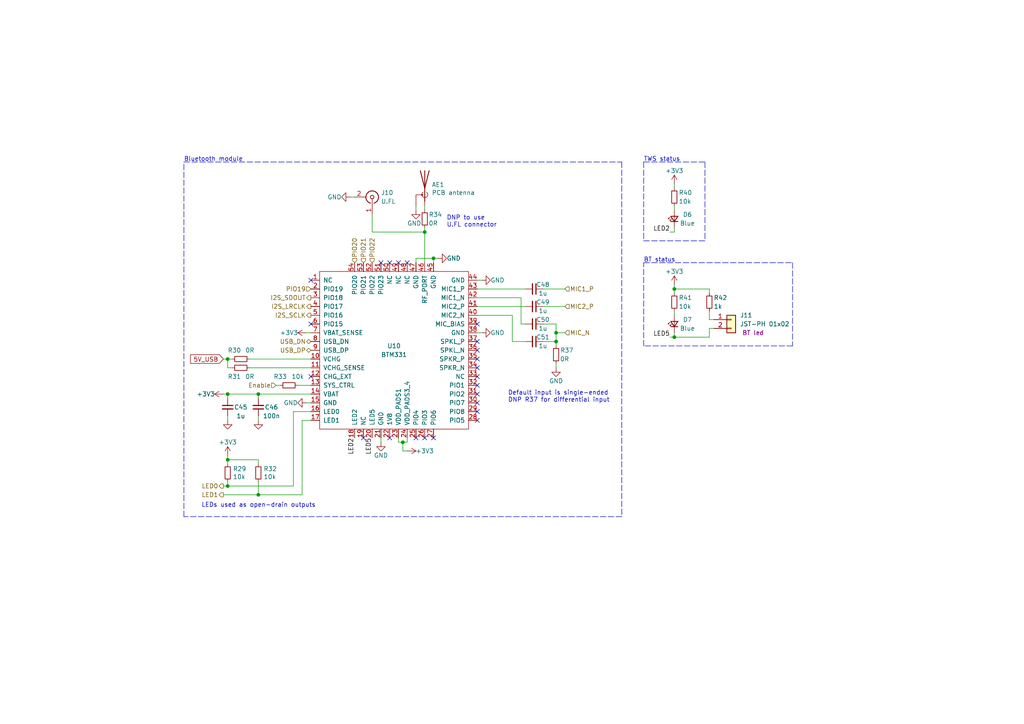
<source format=kicad_sch>
(kicad_sch (version 20211123) (generator eeschema)
  (paper "A4")
  (title_block (title "4x38W amp with DSP and BT") (date "2021-12-01") (rev "1.0") (company "ZOUDIO"))
  (lib_symbols
    (symbol "Connector:Conn_Coaxial" (pin_names (offset 1.016) hide)
      (property "Reference" "J" (at 0.254 3.048 0))
      (property "Value" "Conn_Coaxial" (at 2.921 0 90))
      (symbol "Conn_Coaxial_0_1"
        (arc (start -1.778 -0.508) (mid 0.222 -1.808) (end 1.778 0) (stroke (width 0.254)))
        (polyline (pts (xy -2.54 0) (xy -0.508 0)))
        (polyline (pts (xy 0 -2.54) (xy 0 -1.778)))
        (circle (center 0 0) (radius 0.508) (stroke (width 0.2032)))
        (arc (start 1.778 0) (mid 0.222 1.8083) (end -1.778 0.508) (stroke (width 0.254)))
      )
      (symbol "Conn_Coaxial_1_1"
        (pin passive line (at -5.08 0 0) (length 2.54) (name "In") (number "1"))
        (pin passive line (at 0 -5.08 90) (length 2.54) (name "Ext") (number "2"))
      )
    )
    (symbol "Connector_Generic:Conn_01x02" (pin_names (offset 1.016) hide)
      (property "Reference" "J" (at 0 2.54 0))
      (property "Value" "Conn_01x02" (at 0 -5.08 0))
      (symbol "Conn_01x02_1_1"
        (rectangle (start -1.27 -2.413) (end 0 -2.667) (stroke (width 0.1524)))
        (rectangle (start -1.27 0.127) (end 0 -0.127) (stroke (width 0.1524)))
        (rectangle (start -1.27 1.27) (end 1.27 -3.81) (stroke (width 0.254)) (fill (type background)))
        (pin passive line (at -5.08 0 0) (length 3.81) (name "Pin_1") (number "1"))
        (pin passive line (at -5.08 -2.54 0) (length 3.81) (name "Pin_2") (number "2"))
      )
    )
    (symbol "Device:Antenna_Shield" (pin_numbers hide) (pin_names (offset 1.016) hide)
      (property "Reference" "AE" (at -1.905 4.445 0))
      (property "Value" "Antenna_Shield" (at -1.905 2.54 0))
      (symbol "Antenna_Shield_0_1"
        (arc (start -0.508 -1.143) (mid -0.8485 -2.1032) (end 0 -2.667))
        (arc (start 0 -2.667) (mid 0.8047 -2.0885) (end 0.508 -1.143))
        (polyline (pts (xy 0 -2.54) (xy 0 0)))
        (polyline (pts (xy 0 5.08) (xy 0 -3.81)) (stroke (width 0.254)))
        (polyline (pts (xy 0.762 -1.905) (xy 2.54 -1.905)))
        (polyline (pts (xy 2.54 -2.54) (xy 2.54 -1.905)))
        (polyline (pts (xy 1.27 5.08) (xy 0 0) (xy -1.27 5.08)) (stroke (width 0.254)))
        (circle (center 0.762 -1.905) (radius 0.1778) (fill (type outline)))
      )
      (symbol "Antenna_Shield_1_1"
        (pin input line (at 0 -5.08 90) (length 2.54) (name "A") (number "1"))
        (pin input line (at 2.54 -5.08 90) (length 2.54) (name "Shield") (number "2"))
      )
    )
    (symbol "Device:C_Small" (pin_numbers hide) (pin_names (offset 0.254) hide)
      (property "Reference" "C" (at 0.254 1.778 0))
      (property "Value" "C_Small" (at 0.254 -2.032 0))
      (symbol "C_Small_0_1"
        (polyline (pts (xy -1.524 -0.508) (xy 1.524 -0.508)) (stroke (width 0.3302)))
        (polyline (pts (xy -1.524 0.508) (xy 1.524 0.508)) (stroke (width 0.3048)))
      )
      (symbol "C_Small_1_1"
        (pin passive line (at 0 2.54 270) (length 2.032) (name "~") (number "1"))
        (pin passive line (at 0 -2.54 90) (length 2.032) (name "~") (number "2"))
      )
    )
    (symbol "Device:LED_Small" (pin_numbers hide) (pin_names (offset 0.254) hide)
      (property "Reference" "D" (at -1.27 3.175 0))
      (property "Value" "LED_Small" (at -4.445 -2.54 0))
      (symbol "LED_Small_0_1"
        (polyline (pts (xy -0.762 -1.016) (xy -0.762 1.016)) (stroke (width 0.254)))
        (polyline (pts (xy 1.016 0) (xy -0.762 0)))
        (polyline (pts (xy 0.762 -1.016) (xy -0.762 0) (xy 0.762 1.016) (xy 0.762 -1.016)) (stroke (width 0.254)))
        (polyline (pts (xy 0 0.762) (xy -0.508 1.27) (xy -0.254 1.27) (xy -0.508 1.27) (xy -0.508 1.016)))
        (polyline (pts (xy 0.508 1.27) (xy 0 1.778) (xy 0.254 1.778) (xy 0 1.778) (xy 0 1.524)))
      )
      (symbol "LED_Small_1_1"
        (pin passive line (at -2.54 0 0) (length 1.778) (name "K") (number "1"))
        (pin passive line (at 2.54 0 180) (length 1.778) (name "A") (number "2"))
      )
    )
    (symbol "Device:R_Small" (pin_numbers hide) (pin_names (offset 0.254) hide)
      (property "Reference" "R" (at 0.762 0.508 0))
      (property "Value" "R_Small" (at 0.762 -1.016 0))
      (symbol "R_Small_0_1"
        (rectangle (start -0.762 1.778) (end 0.762 -1.778) (stroke (width 0.2032)))
      )
      (symbol "R_Small_1_1"
        (pin passive line (at 0 2.54 270) (length 0.762) (name "~") (number "1"))
        (pin passive line (at 0 -2.54 90) (length 0.762) (name "~") (number "2"))
      )
    )
    (symbol "ZOUDIO-symbols:BTM331" (pin_names (offset 1.016))
      (property "Reference" "U" (at -20.32 24.13 0))
      (property "Value" "BTM331" (at 17.78 24.13 0))
      (symbol "BTM331_0_1"
        (rectangle (start -21.59 22.86) (end 21.59 -22.86))
      )
      (symbol "BTM331_1_1"
        (pin input line (at -24.13 20.32 0) (length 2.54) (name "NC") (number "1"))
        (pin input line (at -24.13 -2.54 0) (length 2.54) (name "VCHG") (number "10"))
        (pin input line (at -24.13 -5.08 0) (length 2.54) (name "VCHG_SENSE") (number "11"))
        (pin input line (at -24.13 -7.62 0) (length 2.54) (name "CHG_EXT") (number "12"))
        (pin input line (at -24.13 -10.16 0) (length 2.54) (name "SYS_CTRL") (number "13"))
        (pin input line (at -24.13 -12.7 0) (length 2.54) (name "VBAT") (number "14"))
        (pin input line (at -24.13 -15.24 0) (length 2.54) (name "GND") (number "15"))
        (pin input line (at -24.13 -17.78 0) (length 2.54) (name "LED0") (number "16"))
        (pin input line (at -24.13 -20.32 0) (length 2.54) (name "LED1") (number "17"))
        (pin input line (at -11.43 -25.4 90) (length 2.54) (name "LED2") (number "18"))
        (pin input line (at -8.89 -25.4 90) (length 2.54) (name "NC") (number "19"))
        (pin input line (at -24.13 17.78 0) (length 2.54) (name "PIO19") (number "2"))
        (pin input line (at -6.35 -25.4 90) (length 2.54) (name "LED5") (number "20"))
        (pin input line (at -3.81 -25.4 90) (length 2.54) (name "GND") (number "21"))
        (pin input line (at -1.27 -25.4 90) (length 2.54) (name "1V8") (number "22"))
        (pin input line (at 1.27 -25.4 90) (length 2.54) (name "VDD_PADS1") (number "23"))
        (pin input line (at 3.81 -25.4 90) (length 2.54) (name "VDD_PADS3_4") (number "24"))
        (pin input line (at 6.35 -25.4 90) (length 2.54) (name "PIO4") (number "25"))
        (pin input line (at 8.89 -25.4 90) (length 2.54) (name "PIO3") (number "26"))
        (pin input line (at 11.43 -25.4 90) (length 2.54) (name "PIO6") (number "27"))
        (pin input line (at 24.13 -20.32 180) (length 2.54) (name "PIO5") (number "28"))
        (pin input line (at 24.13 -17.78 180) (length 2.54) (name "PIO8") (number "29"))
        (pin input line (at -24.13 15.24 0) (length 2.54) (name "PIO18") (number "3"))
        (pin input line (at 24.13 -15.24 180) (length 2.54) (name "PIO7") (number "30"))
        (pin input line (at 24.13 -12.7 180) (length 2.54) (name "PIO2") (number "31"))
        (pin input line (at 24.13 -10.16 180) (length 2.54) (name "PIO1") (number "32"))
        (pin input line (at 24.13 -7.62 180) (length 2.54) (name "NC") (number "33"))
        (pin input line (at 24.13 -5.08 180) (length 2.54) (name "SPKR_N") (number "34"))
        (pin input line (at 24.13 -2.54 180) (length 2.54) (name "SPKR_P") (number "35"))
        (pin input line (at 24.13 0 180) (length 2.54) (name "SPKL_N") (number "36"))
        (pin input line (at 24.13 2.54 180) (length 2.54) (name "SPKL_P") (number "37"))
        (pin input line (at 24.13 5.08 180) (length 2.54) (name "GND") (number "38"))
        (pin input line (at 24.13 7.62 180) (length 2.54) (name "MIC_BIAS") (number "39"))
        (pin input line (at -24.13 12.7 0) (length 2.54) (name "PIO17") (number "4"))
        (pin input line (at 24.13 10.16 180) (length 2.54) (name "MIC2_N") (number "40"))
        (pin input line (at 24.13 12.7 180) (length 2.54) (name "MIC2_P") (number "41"))
        (pin input line (at 24.13 15.24 180) (length 2.54) (name "MIC1_N") (number "42"))
        (pin input line (at 24.13 17.78 180) (length 2.54) (name "MIC1_P") (number "43"))
        (pin input line (at 24.13 20.32 180) (length 2.54) (name "GND") (number "44"))
        (pin input line (at 11.43 25.4 270) (length 2.54) (name "GND") (number "45"))
        (pin input line (at 8.89 25.4 270) (length 2.54) (name "RF_PORT") (number "46"))
        (pin input line (at 6.35 25.4 270) (length 2.54) (name "GND") (number "47"))
        (pin input line (at 3.81 25.4 270) (length 2.54) (name "NC") (number "48"))
        (pin input line (at 1.27 25.4 270) (length 2.54) (name "NC") (number "49"))
        (pin input line (at -24.13 10.16 0) (length 2.54) (name "PIO16") (number "5"))
        (pin input line (at -1.27 25.4 270) (length 2.54) (name "NC") (number "50"))
        (pin input line (at -3.81 25.4 270) (length 2.54) (name "PIO23") (number "51"))
        (pin input line (at -6.35 25.4 270) (length 2.54) (name "PIO22") (number "52"))
        (pin input line (at -8.89 25.4 270) (length 2.54) (name "PIO21") (number "53"))
        (pin input line (at -11.43 25.4 270) (length 2.54) (name "PIO20") (number "54"))
        (pin input line (at -24.13 7.62 0) (length 2.54) (name "PIO15") (number "6"))
        (pin input line (at -24.13 5.08 0) (length 2.54) (name "VBAT_SENSE") (number "7"))
        (pin input line (at -24.13 2.54 0) (length 2.54) (name "USB_DN") (number "8"))
        (pin input line (at -24.13 0 0) (length 2.54) (name "USB_DP") (number "9"))
      )
    )
    (symbol "power:+3V3" (power) (pin_names (offset 0))
      (property "Value" "+3V3" (at 0 3.556 0))
      (symbol "+3V3_0_1"
        (polyline (pts (xy -0.762 1.27) (xy 0 2.54)))
        (polyline (pts (xy 0 0) (xy 0 2.54)))
        (polyline (pts (xy 0 2.54) (xy 0.762 1.27)))
      )
      (symbol "+3V3_1_1"
        (pin power_in line (at 0 0 90) (length 0) hide (name "+3V3") (number "1"))
      )
    )
    (symbol "power:GND" (power) (pin_names (offset 0))
      (property "Value" "GND" (at 0 -3.81 0))
      (symbol "GND_0_1"
        (polyline (pts (xy 0 0) (xy 0 -1.27) (xy 1.27 -1.27) (xy 0 -2.54) (xy -1.27 -1.27) (xy 0 -1.27)))
      )
      (symbol "GND_1_1"
        (pin power_in line (at 0 0 270) (length 0) hide (name "GND") (number "1"))
      )
    )
  )
  (junction (at 66.04 140.97))
  (junction (at 74.93 143.51))
  (junction (at 74.93 114.3))
  (junction (at 66.04 133.35))
  (junction (at 125.73 74.93))
  (junction (at 66.04 114.3))
  (junction (at 195.58 83.82))
  (junction (at 66.04 104.14))
  (junction (at 161.29 99.06))
  (junction (at 161.29 96.52))
  (junction (at 116.84 128.27))
  (junction (at 195.58 97.79))
  (junction (at 123.19 67.31))
  (no_connect (at 113.03 76.2))
  (no_connect (at 113.03 127))
  (no_connect (at 138.43 101.6))
  (no_connect (at 138.43 109.22))
  (no_connect (at 110.49 76.2))
  (no_connect (at 90.17 109.22))
  (no_connect (at 138.43 104.14))
  (no_connect (at 90.17 93.98))
  (no_connect (at 138.43 116.84))
  (no_connect (at 138.43 99.06))
  (no_connect (at 105.41 127))
  (no_connect (at 115.57 76.2))
  (no_connect (at 138.43 106.68))
  (no_connect (at 138.43 114.3))
  (no_connect (at 138.43 111.76))
  (no_connect (at 138.43 121.92))
  (no_connect (at 118.11 76.2))
  (no_connect (at 138.43 119.38))
  (no_connect (at 123.19 127))
  (no_connect (at 90.17 81.28))
  (no_connect (at 125.73 127))
  (no_connect (at 120.65 127))
  (no_connect (at 138.43 93.98))
  (polyline (pts (xy 53.34 149.86) (xy 53.34 46.99)))
  (wire (pts (xy 148.59 91.44) (xy 148.59 99.06)))
  (wire (pts (xy 85.09 119.38) (xy 85.09 140.97)))
  (wire (pts (xy 64.77 140.97) (xy 66.04 140.97)))
  (wire (pts (xy 66.04 104.14) (xy 67.31 104.14)))
  (polyline (pts (xy 186.69 100.33) (xy 186.69 76.2)))
  (wire (pts (xy 161.29 93.98) (xy 161.29 96.52)))
  (wire (pts (xy 194.31 67.31) (xy 195.58 67.31)))
  (wire (pts (xy 90.17 111.76) (xy 86.36 111.76)))
  (wire (pts (xy 74.93 114.3) (xy 74.93 115.57)))
  (wire (pts (xy 66.04 133.35) (xy 74.93 133.35)))
  (wire (pts (xy 102.87 57.15) (xy 101.6 57.15)))
  (wire (pts (xy 161.29 99.06) (xy 157.48 99.06)))
  (wire (pts (xy 88.9 96.52) (xy 90.17 96.52)))
  (wire (pts (xy 139.7 81.28) (xy 138.43 81.28)))
  (wire (pts (xy 64.77 114.3) (xy 66.04 114.3)))
  (wire (pts (xy 123.19 66.04) (xy 123.19 67.31)))
  (wire (pts (xy 161.29 96.52) (xy 163.83 96.52)))
  (wire (pts (xy 125.73 74.93) (xy 125.73 76.2)))
  (wire (pts (xy 67.31 106.68) (xy 66.04 106.68)))
  (wire (pts (xy 138.43 91.44) (xy 148.59 91.44)))
  (wire (pts (xy 64.77 143.51) (xy 74.93 143.51)))
  (wire (pts (xy 163.83 88.9) (xy 157.48 88.9)))
  (wire (pts (xy 90.17 119.38) (xy 85.09 119.38)))
  (wire (pts (xy 195.58 59.69) (xy 195.58 60.96)))
  (wire (pts (xy 120.65 74.93) (xy 120.65 76.2)))
  (wire (pts (xy 66.04 114.3) (xy 74.93 114.3)))
  (wire (pts (xy 66.04 115.57) (xy 66.04 114.3)))
  (wire (pts (xy 123.19 67.31) (xy 107.95 67.31)))
  (wire (pts (xy 88.9 116.84) (xy 90.17 116.84)))
  (wire (pts (xy 120.65 74.93) (xy 125.73 74.93)))
  (wire (pts (xy 66.04 140.97) (xy 66.04 139.7)))
  (wire (pts (xy 66.04 132.08) (xy 66.04 133.35)))
  (wire (pts (xy 138.43 83.82) (xy 152.4 83.82)))
  (polyline (pts (xy 204.47 46.99) (xy 204.47 69.85)))
  (wire (pts (xy 195.58 90.17) (xy 195.58 91.44)))
  (wire (pts (xy 87.63 121.92) (xy 90.17 121.92)))
  (wire (pts (xy 118.11 128.27) (xy 116.84 128.27)))
  (wire (pts (xy 195.58 82.55) (xy 195.58 83.82)))
  (wire (pts (xy 138.43 86.36) (xy 151.13 86.36)))
  (wire (pts (xy 207.01 95.25) (xy 205.74 95.25)))
  (wire (pts (xy 127 74.93) (xy 125.73 74.93)))
  (polyline (pts (xy 186.69 46.99) (xy 186.69 69.85)))
  (wire (pts (xy 194.31 97.79) (xy 195.58 97.79)))
  (wire (pts (xy 205.74 92.71) (xy 205.74 90.17)))
  (wire (pts (xy 148.59 99.06) (xy 152.4 99.06)))
  (wire (pts (xy 107.95 62.23) (xy 107.95 67.31)))
  (polyline (pts (xy 180.34 46.99) (xy 180.34 149.86)))
  (polyline (pts (xy 186.69 69.85) (xy 204.47 69.85)))
  (wire (pts (xy 205.74 95.25) (xy 205.74 97.79)))
  (wire (pts (xy 118.11 127) (xy 118.11 128.27)))
  (wire (pts (xy 110.49 128.27) (xy 110.49 127)))
  (wire (pts (xy 72.39 104.14) (xy 90.17 104.14)))
  (wire (pts (xy 151.13 86.36) (xy 151.13 93.98)))
  (wire (pts (xy 207.01 92.71) (xy 205.74 92.71)))
  (wire (pts (xy 74.93 133.35) (xy 74.93 134.62)))
  (wire (pts (xy 163.83 83.82) (xy 157.48 83.82)))
  (wire (pts (xy 81.28 111.76) (xy 80.01 111.76)))
  (wire (pts (xy 161.29 96.52) (xy 161.29 99.06)))
  (polyline (pts (xy 186.69 46.99) (xy 204.47 46.99)))
  (wire (pts (xy 138.43 88.9) (xy 152.4 88.9)))
  (polyline (pts (xy 180.34 149.86) (xy 53.34 149.86)))
  (wire (pts (xy 74.93 143.51) (xy 87.63 143.51)))
  (wire (pts (xy 195.58 96.52) (xy 195.58 97.79)))
  (wire (pts (xy 123.19 59.69) (xy 123.19 60.96)))
  (wire (pts (xy 85.09 140.97) (xy 66.04 140.97)))
  (wire (pts (xy 161.29 105.41) (xy 161.29 106.68)))
  (wire (pts (xy 118.11 130.81) (xy 116.84 130.81)))
  (polyline (pts (xy 229.87 76.2) (xy 229.87 100.33)))
  (wire (pts (xy 205.74 97.79) (xy 195.58 97.79)))
  (polyline (pts (xy 53.34 46.99) (xy 180.34 46.99)))
  (wire (pts (xy 66.04 106.68) (xy 66.04 104.14)))
  (wire (pts (xy 74.93 139.7) (xy 74.93 143.51)))
  (wire (pts (xy 195.58 67.31) (xy 195.58 66.04)))
  (wire (pts (xy 115.57 127) (xy 115.57 128.27)))
  (wire (pts (xy 74.93 114.3) (xy 90.17 114.3)))
  (wire (pts (xy 195.58 54.61) (xy 195.58 53.34)))
  (polyline (pts (xy 229.87 100.33) (xy 186.69 100.33)))
  (wire (pts (xy 66.04 121.92) (xy 66.04 120.65)))
  (wire (pts (xy 157.48 93.98) (xy 161.29 93.98)))
  (wire (pts (xy 116.84 128.27) (xy 116.84 130.81)))
  (wire (pts (xy 66.04 133.35) (xy 66.04 134.62)))
  (wire (pts (xy 74.93 120.65) (xy 74.93 121.92)))
  (wire (pts (xy 64.77 104.14) (xy 66.04 104.14)))
  (wire (pts (xy 72.39 106.68) (xy 90.17 106.68)))
  (wire (pts (xy 120.65 60.96) (xy 120.65 59.69)))
  (wire (pts (xy 161.29 99.06) (xy 161.29 100.33)))
  (wire (pts (xy 87.63 143.51) (xy 87.63 121.92)))
  (wire (pts (xy 139.7 96.52) (xy 138.43 96.52)))
  (wire (pts (xy 151.13 93.98) (xy 152.4 93.98)))
  (polyline (pts (xy 186.69 76.2) (xy 229.87 76.2)))
  (wire (pts (xy 195.58 83.82) (xy 195.58 85.09)))
  (wire (pts (xy 205.74 83.82) (xy 205.74 85.09)))
  (wire (pts (xy 195.58 83.82) (xy 205.74 83.82)))
  (wire (pts (xy 123.19 67.31) (xy 123.19 76.2)))
  (wire (pts (xy 115.57 128.27) (xy 116.84 128.27)))
  (text "TWS status" (at 186.69 46.99 0) (effects (font (size 1.27 1.27)) (justify left bottom)))
  (text "Bluetooth module" (at 53.34 46.99 0) (effects (font (size 1.27 1.27)) (justify left bottom)))
  (text "LEDs used as open-drain outputs" (at 58.42 147.32 0) (effects (font (size 1.27 1.27)) (justify left bottom)))
  (text "BT status" (at 186.69 76.2 0) (effects (font (size 1.27 1.27)) (justify left bottom)))
  (text "Default input is single-ended\nDNP R37 for differential input" (at 147.32 116.84 0) (effects (font (size 1.27 1.27)) (justify left bottom)))
  (text "DNP to use \nU.FL connector" (at 129.54 66.04 0) (effects (font (size 1.27 1.27)) (justify left bottom)))
  (label "LED2" (at 194.31 67.31 180))
  (label "LED5" (at 107.95 127 270))
  (label "LED2" (at 102.87 127 270))
  (label "LED5" (at 194.31 97.79 180))
  (global_label "5V_USB" (shape input) (at 64.77 104.14 180) (property "Intersheet References" "${INTERSHEET_REFS}" (effects hide)))
  (hierarchical_label "PIO19" (shape input) (at 90.17 83.82 180))
  (hierarchical_label "LED1" (shape output) (at 64.77 143.51 180))
  (hierarchical_label "I2S_SCLK" (shape output) (at 90.17 91.44 180))
  (hierarchical_label "PIO21" (shape input) (at 105.41 76.2 90))
  (hierarchical_label "PIO22" (shape input) (at 107.95 76.2 90))
  (hierarchical_label "MIC2_P" (shape input) (at 163.83 88.9 0))
  (hierarchical_label "USB_DP" (shape bidirectional) (at 90.17 101.6 180))
  (hierarchical_label "LED0" (shape output) (at 64.77 140.97 180))
  (hierarchical_label "I2S_SDOUT" (shape output) (at 90.17 86.36 180))
  (hierarchical_label "MIC_N" (shape input) (at 163.83 96.52 0))
  (hierarchical_label "I2S_LRCLK" (shape output) (at 90.17 88.9 180))
  (hierarchical_label "Enable" (shape input) (at 80.01 111.76 180))
  (hierarchical_label "USB_DN" (shape bidirectional) (at 90.17 99.06 180))
  (hierarchical_label "PIO20" (shape input) (at 102.87 76.2 90))
  (hierarchical_label "MIC1_P" (shape input) (at 163.83 83.82 0))
  (symbol (lib_id "Device:R_Small") (at 69.85 104.14 270) (unit 1)
    (property "Reference" "R30" (at 66.04 101.6 90) (effects (justify left)))
    (property "Value" "0R" (at 71.12 101.6 90) (effects (justify left)))
    (property "Footprint" "Resistor_SMD:R_0603_1608Metric" (effects hide))
    (property "Manufacturer" "Yageo" (effects hide))
    (property "Partnumber" "RC0603FR-070RL" (effects hide))
  )
  (symbol (lib_id "ZOUDIO-symbols:BTM331") (at 114.3 101.6 0) (unit 1)
    (property "Reference" "U10" (at 114.3 100.33 0))
    (property "Value" "BTM331" (at 114.3 102.87 0))
    (property "Footprint" "ZOUDIO-footprints:BTM331" (effects hide))
    (property "Manufacturer" "Tianjiarun" (effects hide))
    (property "Partnumber" "BTM331" (effects hide))
  )
  (symbol (lib_id "Device:C_Small") (at 154.94 83.82 270) (unit 1)
    (property "Reference" "C48" (at 157.48 82.55 90))
    (property "Value" "1u" (at 157.48 85.09 90))
    (property "Footprint" "Capacitor_SMD:C_0805_2012Metric" (effects hide))
    (property "Manufacturer" "Taiyo Yuden" (effects hide))
    (property "Partnumber" "UMK212B7105KG-T" (effects hide))
  )
  (symbol (lib_id "Device:C_Small") (at 154.94 93.98 270) (unit 1)
    (property "Reference" "C50" (at 157.48 92.71 90))
    (property "Value" "1u" (at 157.48 95.25 90))
    (property "Footprint" "Capacitor_SMD:C_0805_2012Metric" (effects hide))
    (property "Manufacturer" "Taiyo Yuden" (effects hide))
    (property "Partnumber" "UMK212B7105KG-T" (effects hide))
  )
  (symbol (lib_id "Device:C_Small") (at 154.94 88.9 270) (unit 1)
    (property "Reference" "C49" (at 157.48 87.63 90))
    (property "Value" "1u" (at 157.48 90.17 90))
    (property "Footprint" "Capacitor_SMD:C_0805_2012Metric" (effects hide))
    (property "Manufacturer" "Taiyo Yuden" (effects hide))
    (property "Partnumber" "UMK212B7105KG-T" (effects hide))
  )
  (symbol (lib_id "Device:C_Small") (at 154.94 99.06 270) (unit 1)
    (property "Reference" "C51" (at 157.48 97.79 90))
    (property "Value" "1u" (at 157.48 100.33 90))
    (property "Footprint" "Capacitor_SMD:C_0805_2012Metric" (effects hide))
    (property "Manufacturer" "Taiyo Yuden" (effects hide))
    (property "Partnumber" "UMK212B7105KG-T" (effects hide))
  )
  (symbol (lib_id "power:+3V3") (at 64.77 114.3 90) (mirror x) (unit 1)
    (property "Reference" "#PWR0191" (effects hide))
    (property "Value" "+3V3" (at 59.69 114.3 90))
  )
  (symbol (lib_id "power:GND") (at 66.04 121.92 0) (unit 1)
    (property "Reference" "#PWR0192" (effects hide))
    (property "Value" "GND" (effects hide))
  )
  (symbol (lib_id "Device:C_Small") (at 74.93 118.11 180) (unit 1)
    (property "Reference" "C46" (at 78.74 118.11 0))
    (property "Value" "100n" (at 78.74 120.65 0))
    (property "Footprint" "Capacitor_SMD:C_0603_1608Metric" (effects hide))
    (property "Manufacturer" "Murata" (effects hide))
    (property "Partnumber" "GCM188L81H104KA57D" (effects hide))
  )
  (symbol (lib_id "Device:C_Small") (at 66.04 118.11 0) (unit 1)
    (property "Reference" "C45" (at 69.85 118.11 0))
    (property "Value" "1u" (at 69.85 120.65 0))
    (property "Footprint" "Capacitor_SMD:C_0805_2012Metric" (effects hide))
    (property "Manufacturer" "Taiyo Yuden" (effects hide))
    (property "Partnumber" "UMK212B7105KG-T" (effects hide))
  )
  (symbol (lib_id "power:GND") (at 74.93 121.92 0) (unit 1)
    (property "Reference" "#PWR0195" (effects hide))
    (property "Value" "GND" (effects hide))
  )
  (symbol (lib_id "Device:R_Small") (at 123.19 63.5 180) (unit 1)
    (property "Reference" "R34" (at 128.27 62.23 0) (effects (justify left)))
    (property "Value" "0R" (at 127 64.77 0) (effects (justify left)))
    (property "Footprint" "Resistor_SMD:R_0603_1608Metric" (effects hide))
    (property "Manufacturer" "Yageo" (effects hide))
    (property "Partnumber" "RC0603FR-070RL" (effects hide))
  )
  (symbol (lib_id "Device:Antenna_Shield") (at 123.19 54.61 0) (mirror y) (unit 1)
    (property "Reference" "AE1" (at 125.222 53.5686 0) (effects (justify right)))
    (property "Value" "PCB antenna" (at 125.222 55.88 0) (effects (justify right)))
    (property "Footprint" "RF_Antenna:Texas_SWRA117D_2.4GHz_Left" (effects hide))
    (property "Config" "dnp" (effects hide))
  )
  (symbol (lib_id "Device:R_Small") (at 161.29 102.87 180) (unit 1)
    (property "Reference" "R37" (at 166.37 101.6 0) (effects (justify left)))
    (property "Value" "0R" (at 165.1 104.14 0) (effects (justify left)))
    (property "Footprint" "Resistor_SMD:R_0603_1608Metric" (effects hide))
    (property "Manufacturer" "Yageo" (effects hide))
    (property "Partnumber" "RC0603FR-070RL" (effects hide))
  )
  (symbol (lib_id "Device:R_Small") (at 66.04 137.16 0) (unit 1)
    (property "Reference" "R29" (at 67.5386 135.9916 0) (effects (justify left)))
    (property "Value" "10k" (at 67.5386 138.303 0) (effects (justify left)))
    (property "Footprint" "Resistor_SMD:R_0603_1608Metric" (effects hide))
    (property "Manufacturer" "Yageo" (effects hide))
    (property "Partnumber" "RC0603FR-0710KL" (effects hide))
  )
  (symbol (lib_id "power:+3V3") (at 66.04 132.08 0) (unit 1)
    (property "Reference" "#PWR0209" (effects hide))
    (property "Value" "+3V3" (at 66.04 128.27 0))
  )
  (symbol (lib_id "Device:R_Small") (at 74.93 137.16 0) (unit 1)
    (property "Reference" "R32" (at 76.4286 135.9916 0) (effects (justify left)))
    (property "Value" "10k" (at 76.4286 138.303 0) (effects (justify left)))
    (property "Footprint" "Resistor_SMD:R_0603_1608Metric" (effects hide))
    (property "Manufacturer" "Yageo" (effects hide))
    (property "Partnumber" "RC0603FR-0710KL" (effects hide))
  )
  (symbol (lib_id "Device:R_Small") (at 69.85 106.68 270) (unit 1)
    (property "Reference" "R31" (at 66.04 109.22 90) (effects (justify left)))
    (property "Value" "0R" (at 71.12 109.22 90) (effects (justify left)))
    (property "Footprint" "Resistor_SMD:R_0603_1608Metric" (effects hide))
    (property "Manufacturer" "Yageo" (effects hide))
    (property "Partnumber" "RC0603FR-070RL" (effects hide))
  )
  (symbol (lib_id "Device:R_Small") (at 195.58 87.63 0) (unit 1)
    (property "Reference" "R41" (at 196.85 86.36 0) (effects (justify left)))
    (property "Value" "10k" (at 196.85 88.9 0) (effects (justify left)))
    (property "Footprint" "Resistor_SMD:R_0603_1608Metric" (effects hide))
    (property "Manufacturer" "Yageo" (effects hide))
    (property "Partnumber" "RC0603FR-0710KL" (effects hide))
  )
  (symbol (lib_id "Device:LED_Small") (at 195.58 93.98 90) (unit 1)
    (property "Reference" "D7" (at 199.39 92.71 90))
    (property "Value" "Blue" (at 199.39 95.25 90))
    (property "Footprint" "LED_SMD:LED_0603_1608Metric" (effects hide))
    (property "Manufacturer" "Wurth" (effects hide))
    (property "Partnumber" "150060BS75000" (effects hide))
  )
  (symbol (lib_id "power:+3V3") (at 195.58 82.55 0) (mirror y) (unit 1)
    (property "Reference" "#PWR0189" (effects hide))
    (property "Value" "+3V3" (at 195.58 78.74 0))
  )
  (symbol (lib_id "power:+3V3") (at 88.9 96.52 90) (mirror x) (unit 1)
    (property "Reference" "#PWR0206" (effects hide))
    (property "Value" "+3V3" (at 83.82 96.52 90))
  )
  (symbol (lib_id "power:+3V3") (at 118.11 130.81 270) (mirror x) (unit 1)
    (property "Reference" "#PWR0207" (effects hide))
    (property "Value" "+3V3" (at 123.19 130.81 90))
  )
  (symbol (lib_id "Device:R_Small") (at 83.82 111.76 270) (unit 1)
    (property "Reference" "R33" (at 81.28 109.22 90))
    (property "Value" "10k" (at 86.36 109.22 90))
    (property "Footprint" "Resistor_SMD:R_0603_1608Metric" (effects hide))
    (property "Manufacturer" "Yageo" (effects hide))
    (property "Partnumber" "RC0603FR-0710KL" (effects hide))
  )
  (symbol (lib_id "power:+3V3") (at 195.58 53.34 0) (mirror y) (unit 1)
    (property "Reference" "#PWR0208" (effects hide))
    (property "Value" "+3V3" (at 195.58 49.53 0))
  )
  (symbol (lib_id "Device:R_Small") (at 195.58 57.15 0) (unit 1)
    (property "Reference" "R40" (at 196.85 55.88 0) (effects (justify left)))
    (property "Value" "10k" (at 196.85 58.42 0) (effects (justify left)))
    (property "Footprint" "Resistor_SMD:R_0603_1608Metric" (effects hide))
    (property "Manufacturer" "Yageo" (effects hide))
    (property "Partnumber" "RC0603FR-0710KL" (effects hide))
  )
  (symbol (lib_id "Device:LED_Small") (at 195.58 63.5 90) (unit 1)
    (property "Reference" "D6" (at 199.39 62.23 90))
    (property "Value" "Blue" (at 199.39 64.77 90))
    (property "Footprint" "LED_SMD:LED_0603_1608Metric" (effects hide))
    (property "Manufacturer" "Wurth" (effects hide))
    (property "Partnumber" "150060BS75000" (effects hide))
  )
  (symbol (lib_id "Connector_Generic:Conn_01x02") (at 212.09 92.71 0) (unit 1)
    (property "Reference" "J11" (at 214.63 91.44 0) (effects (justify left)))
    (property "Value" "JST-PH 01x02" (at 214.63 93.98 0) (effects (justify left)))
    (property "Footprint" "Connector_JST:JST_PH_B2B-PH-K_1x02_P2.00mm_Vertical" (effects hide))
    (property "Function" "BT led" (at 218.44 96.52 0))
    (property "Manufacturer" "JST" (effects hide))
    (property "Partnumber" "B2B-PH-K-S(LF)(SN)" (effects hide))
  )
  (symbol (lib_id "Device:R_Small") (at 205.74 87.63 0) (unit 1)
    (property "Reference" "R42" (at 207.01 86.36 0) (effects (justify left)))
    (property "Value" "1k" (at 207.01 88.9 0) (effects (justify left)))
    (property "Footprint" "Resistor_SMD:R_0603_1608Metric" (effects hide))
    (property "Manufacturer" "Yageo" (effects hide))
    (property "Partnumber" "RC0603FR-071KL" (effects hide))
  )
  (symbol (lib_id "power:GND") (at 139.7 81.28 90) (unit 1)
    (property "Reference" "#PWR016" (effects hide))
    (property "Value" "GND" (at 142.24 81.28 90) (effects (justify right)))
  )
  (symbol (lib_id "power:GND") (at 161.29 106.68 0) (unit 1)
    (property "Reference" "#PWR018" (effects hide))
    (property "Value" "GND" (at 161.29 110.49 0))
  )
  (symbol (lib_id "power:GND") (at 139.7 96.52 90) (unit 1)
    (property "Reference" "#PWR017" (effects hide))
    (property "Value" "GND" (at 142.24 96.52 90) (effects (justify right)))
  )
  (symbol (lib_id "power:GND") (at 110.49 128.27 0) (unit 1)
    (property "Reference" "#PWR0121" (effects hide))
    (property "Value" "GND" (at 110.49 132.08 0))
  )
  (symbol (lib_id "power:GND") (at 88.9 116.84 270) (unit 1)
    (property "Reference" "#PWR0141" (effects hide))
    (property "Value" "GND" (at 86.36 116.84 90) (effects (justify right)))
  )
  (symbol (lib_id "Connector:Conn_Coaxial") (at 107.95 57.15 270) (mirror x) (unit 1)
    (property "Reference" "J10" (at 110.49 55.88 90) (effects (justify left)))
    (property "Value" "U.FL" (at 110.49 58.42 90) (effects (justify left)))
    (property "Footprint" "Connector_Coaxial:U.FL_Hirose_U.FL-R-SMT-1_Vertical" (effects hide))
    (property "Datasheet" " ~" (effects hide))
    (property "Manufacturer" "Hirose" (effects hide))
    (property "Partnumber" "U.FL-R-SMT-1(10)" (effects hide))
  )
  (symbol (lib_id "power:GND") (at 120.65 60.96 0) (unit 1)
    (property "Reference" "#PWR0171" (effects hide))
    (property "Value" "GND" (at 118.11 64.77 0) (effects (justify left)))
  )
  (symbol (lib_id "power:GND") (at 101.6 57.15 270) (unit 1)
    (property "Reference" "#PWR0170" (effects hide))
    (property "Value" "GND" (at 99.06 57.15 90) (effects (justify right)))
  )
  (symbol (lib_id "power:GND") (at 127 74.93 90) (unit 1)
    (property "Reference" "#PWR0172" (effects hide))
    (property "Value" "GND" (at 129.54 74.93 90) (effects (justify right)))
  )
)
</source>
